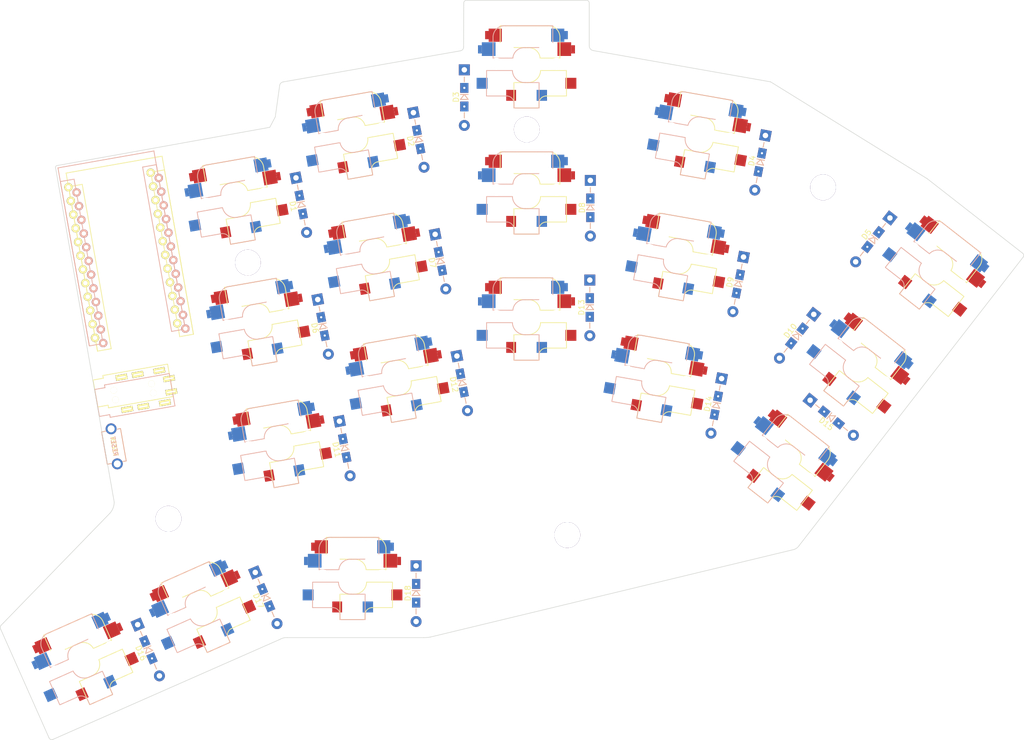
<source format=kicad_pcb>
(kicad_pcb (version 20211014) (generator pcbnew)
  (title_block (title "Yggdrasil") (rev "1.0.0") (company "LoyalPotato"))
  (layers (0 "F.Cu" signal) (31 "B.Cu" signal) (34 "B.Paste" user) (35 "F.Paste" user) (36 "B.SilkS" user "B.Silkscreen") (37 "F.SilkS" user "F.Silkscreen") (38 "B.Mask" user) (39 "F.Mask" user) (44 "Edge.Cuts" user))
  (net 0 "")
  (net 1 "GND")
  (net 2 "RESET")
  (net 4 "VCC")
  (net 8 "col0")
  (net 9 "col1")
  (net 10 "col2")
  (net 11 "col3")
  (net 12 "col4")
  (net 13 "row3")
  (net 14 "row2")
  (net 15 "row1")
  (net 16 "row0")
  (net 19 "SCL")
  (net 20 "SDA")
  (net 21 "DATA")
  (net 24 "Net-(D1-Pad2)")
  (net 25 "Net-(D2-Pad2)")
  (net 26 "Net-(D3-Pad2)")
  (net 27 "Net-(D4-Pad2)")
  (net 28 "Net-(D5-Pad2)")
  (net 29 "Net-(D6-Pad2)")
  (net 30 "Net-(D7-Pad2)")
  (net 31 "Net-(D8-Pad2)")
  (net 32 "Net-(D9-Pad2)")
  (net 33 "Net-(D10-Pad2)")
  (net 34 "Net-(D11-Pad2)")
  (net 35 "Net-(D12-Pad2)")
  (net 36 "Net-(D13-Pad2)")
  (net 37 "Net-(D14-Pad2)")
  (net 38 "Net-(D15-Pad2)")
  (net 39 "Net-(D16-Pad2)")
  (net 40 "Net-(D17-Pad2)")
  (net 41 "Net-(D18-Pad2)")
  (footprint "Lily58-footprint:MX_Choc_Hotswap" (layer "F.Cu") (at 200.66 102.71125 -10)
    (fp_text reference "SW14" hide)
    (fp_text value "SW_PUSH" hide)
  )
  (footprint "Lily58-footprint:Diode_TH_SOD123" (layer "F.Cu") (at 135.73125 71.4375 -79)
    (fp_text reference "D1")
    (fp_text value "D" hide)
  )
  (footprint "Lily58-footprint:Diode_TH_SOD123" (layer "F.Cu") (at 107.835759 152.73514 -67)
    (fp_text reference "D16")
    (fp_text value "D" hide)
  )
  (footprint "Lily58-footprint:MX_Choc_Hotswap" (layer "F.Cu") (at 237.96625 100.33 -38)
    (fp_text reference "SW10" hide)
    (fp_text value "SW_PUSH" hide)
  )
  (footprint "Lily58-footprint:MX_Choc_Hotswap" (layer "F.Cu") (at 224.133957 118.0311 -38)
    (fp_text reference "SW15" hide)
    (fp_text value "SW_PUSH" hide)
  )
  (footprint "Lily58-footprint:HOLE_M2_TH" (layer "F.Cu") (at 184.3 131.7625)
    (fp_text reference "TH7" hide)
    (fp_text value "HOLE" hide)
  )
  (footprint "Lily58-footprint:Diode_TH_SOD123" (layer "F.Cu") (at 219.5 63.7 -101)
    (fp_text reference "D4")
    (fp_text value "D" hide)
  )
  (footprint "Lily58-footprint:Diode_TH_SOD123" (layer "F.Cu") (at 165.5 51.8 -90)
    (fp_text reference "D3")
    (fp_text value "D" hide)
  )
  (footprint "Lily58-footprint:Diode_TH_SOD123" (layer "F.Cu") (at 157.1625 59.53125 -79)
    (fp_text reference "D2")
    (fp_text value "D" hide)
  )
  (footprint "Lily58-footprint:Diode_TH_SOD123" (layer "F.Cu") (at 211.5 108.1 -101)
    (fp_text reference "D14")
    (fp_text value "D" hide)
  )
  (footprint "Lily58-footprint:MX_Choc_Hotswap" (layer "F.Cu") (at 176.8475 45.56125)
    (fp_text reference "SW3" hide)
    (fp_text value "SW_PUSH" hide)
  )
  (footprint "Lily58-footprint:MX_Choc_Hotswap" (layer "F.Cu") (at 127.635 92.3925 10)
    (fp_text reference "SW6" hide)
    (fp_text value "SW_PUSH" hide)
  )
  (footprint "Lily58-footprint:Diode_TH_SOD123" (layer "F.Cu") (at 129.3 143.2 -67)
    (fp_text reference "D17")
    (fp_text value "D" hide)
  )
  (footprint "Lily58-footprint:Diode_TH_SOD123" (layer "F.Cu") (at 240.1 77.8 -128)
    (fp_text reference "D5")
    (fp_text value "D" hide)
  )
  (footprint "Lily58-footprint:MX_Choc_Hotswap" (layer "F.Cu") (at 95.885 154.305 24)
    (fp_text reference "SW16" hide)
    (fp_text value "SW_PUSH" hide)
  )
  (footprint "Lily58-footprint:ProMicro_rev2" (layer "F.Cu") (at 104.49786 81.254154 10)
    (fp_text reference "U1" hide)
    (fp_text value "ProMicro" hide)
  )
  (footprint "Lily58-footprint:HOLE_M2_TH" (layer "F.Cu") (at 230.98125 68.2625)
    (fp_text reference "TH3" hide)
    (fp_text value "HOLE" hide)
  )
  (footprint "Lily58-footprint:MX_Choc_Hotswap" (layer "F.Cu") (at 149.06625 80.48625 10)
    (fp_text reference "SW7" hide)
    (fp_text value "SW_PUSH" hide)
  )
  (footprint "Lily58-footprint:Diode_TH_SOD123" (layer "F.Cu") (at 143.66875 115.8875 -79)
    (fp_text reference "D11")
    (fp_text value "D" hide)
  )
  (footprint "Lily58-footprint:Diode_TH_SOD123" (layer "F.Cu") (at 188.5 72 -90)
    (fp_text reference "D8")
    (fp_text value "D" hide)
  )
  (footprint "Lily58-footprint:MX_Choc_Hotswap" (layer "F.Cu") (at 117.31625 144.78 24)
    (fp_text reference "SW17" hide)
    (fp_text value "SW_PUSH" hide)
  )
  (footprint "Lily58-footprint:MX_Choc_Hotswap" (layer "F.Cu") (at 176.8475 68.58)
    (fp_text reference "SW8" hide)
    (fp_text value "SW_PUSH" hide)
  )
  (footprint "Lily58-footprint:MX_Choc_Hotswap" (layer "F.Cu") (at 145.0975 139)
    (fp_text reference "SW18" hide)
    (fp_text value "SW_PUSH" hide)
  )
  (footprint "Lily58-footprint:Diode_TH_SOD123" (layer "F.Cu") (at 215.5 85.9 -101)
    (fp_text reference "D9")
    (fp_text value "D" hide)
  )
  (footprint "Lily58-footprint:MX_Choc_Hotswap" (layer "F.Cu") (at 145.1 58.3 10)
    (fp_text reference "SW2" hide)
    (fp_text value "SW_PUSH" hide)
  )
  (footprint "Lily58-footprint:Diode_TH_SOD123" (layer "F.Cu") (at 165.1 103.98125 -79)
    (fp_text reference "D12")
    (fp_text value "D" hide)
  )
  (footprint "Lily58-footprint:MJ-4PP-9" (layer "F.Cu") (at 100.046995 105.590182 100)
    (fp_text reference "J2" hide)
    (fp_text value "4PIN" hide)
  )
  (footprint "Lily58-footprint:Diode_TH_SOD123" (layer "F.Cu") (at 156.7 142.4 -90)
    (fp_text reference "D18")
    (fp_text value "D" hide)
  )
  (footprint "Lily58-footprint:Diode_TH_SOD123" (layer "F.Cu") (at 161.13125 81.75625 -79)
    (fp_text reference "D7")
    (fp_text value "D" hide)
  )
  (footprint "Lily58-footprint:TACT_SWITCH_TVBP06" (layer "F.Cu") (at 101.6 115.57 100)
    (fp_text reference "RSW1" hide)
    (fp_text value "SW_RST" hide)
  )
  (footprint "Lily58-footprint:MX_Choc_Hotswap" (layer "F.Cu") (at 176.8475 91.59875)
    (fp_text reference "SW13" hide)
    (fp_text value "SW_PUSH" hide)
  )
  (footprint "Lily58-footprint:MX_Choc_Hotswap" (layer "F.Cu") (at 123.66625 70.1675 10)
    (fp_text reference "SW1" hide)
    (fp_text value "SW_PUSH" hide)
  )
  (footprint "Lily58-footprint:Diode_TH_SOD123" (layer "F.Cu") (at 226.2 95.4 -128)
    (fp_text reference "D10")
    (fp_text value "D" hide)
  )
  (footprint "Lily58-footprint:Diode_TH_SOD123" (layer "F.Cu") (at 188.4 90.2 -90)
    (fp_text reference "D13")
    (fp_text value "D" hide)
  )
  (footprint "Lily58-footprint:HOLE_M2_TH" (layer "F.Cu") (at 126 82)
    (fp_text reference "TH4" hide)
    (fp_text value "HOLE" hide)
  )
  (footprint "Lily58-footprint:MX_Choc_Hotswap" (layer "F.Cu") (at 204.62875 80.48625 -10)
    (fp_text reference "SW9" hide)
    (fp_text value "SW_PUSH" hide)
  )
  (footprint "Lily58-footprint:MX_Choc_Hotswap" (layer "F.Cu") (at 131.60375 114.6175 10)
    (fp_text reference "SW11" hide)
    (fp_text value "SW_PUSH" hide)
  )
  (footprint "Lily58-footprint:HOLE_M2_TH" (layer "F.Cu") (at 176.9 57.7)
    (fp_text reference "TH6" hide)
    (fp_text value "HOLE" hide)
  )
  (footprint "Lily58-footprint:Diode_TH_SOD123" (layer "F.Cu") (at 232.5 110.3 -39)
    (fp_text reference "D15")
    (fp_text value "D" hide)
  )
  (footprint "Lily58-footprint:MX_Choc_Hotswap" (layer "F.Cu") (at 208.5975 58.26125 -10)
    (fp_text reference "SW4" hide)
    (fp_text value "SW_PUSH" hide)
  )
  (footprint "Lily58-footprint:HOLE_M2_TH" (layer "F.Cu") (at 111.5 128.8)
    (fp_text reference "TH5" hide)
    (fp_text value "HOLE" hide)
  )
  (footprint "Lily58-footprint:Diode_TH_SOD123" (layer "F.Cu") (at 139.7 93.6625 -79)
    (fp_text reference "D6")
    (fp_text value "D" hide)
  )
  (footprint "Lily58-footprint:MX_Choc_Hotswap" (layer "F.Cu") (at 251.798543 82.6289 -38)
    (fp_text reference "SW5" hide)
    (fp_text value "SW_PUSH" hide)
  )
  (footprint "Lily58-footprint:MX_Choc_Hotswap" (layer "F.Cu") (at 153.035 102.71125 10)
    (fp_text reference "SW12" hide)
    (fp_text value "SW_PUSH" hide)
  )
  (gr_line (start 90.9 64.7) (end 101.6 125.73) (layer "Edge.Cuts") (width 0.1))
  (gr_arc (start 165.371182 42.641359) (mid 165.2 43.100001) (end 164.770177 43.334324) (layer "Edge.Cuts") (width 0.1))
  (gr_line (start 90.4 169.1) (end 131.9 150.8) (layer "Edge.Cuts") (width 0.1))
  (gr_line (start 131 55.4) (end 131.8 49.659284) (layer "Edge.Cuts") (width 0.1))
  (gr_arc (start 165.4 34.6) (mid 165.546447 34.246447) (end 165.9 34.1) (layer "Edge.Cuts") (width 0.1))
  (gr_line (start 80.9 149) (end 89.7 168.8) (layer "Edge.Cuts") (width 0.1))
  (gr_arc (start 226.6 133.7) (mid 226.208199 134.124828) (end 225.7 134.4) (layer "Edge.Cuts") (width 0.1))
  (gr_arc (start 90.4 169.1) (mid 89.987868 169.094975) (end 89.7 168.8) (layer "Edge.Cuts") (width 0.1))
  (gr_arc (start 131.9 150.8) (mid 132.527888 150.554182) (end 133.2 150.5) (layer "Edge.Cuts") (width 0.1))
  (gr_line (start 221.4 49) (end 250 66.7) (layer "Edge.Cuts") (width 0.1))
  (gr_arc (start 131.8 49.659284) (mid 132.036156 49.208768) (end 132.5 49) (layer "Edge.Cuts") (width 0.1))
  (gr_arc (start 189.1 43.3) (mid 188.525869 43.004783) (end 188.3 42.4) (layer "Edge.Cuts") (width 0.1))
  (gr_line (start 81.4 147.8) (end 81 148.2) (layer "Edge.Cuts") (width 0.1))
  (gr_line (start 267.494415 81.012348) (end 226.6 133.7) (layer "Edge.Cuts") (width 0.1))
  (gr_line (start 165.371182 42.641359) (end 165.4 34.6) (layer "Edge.Cuts") (width 0.1))
  (gr_line (start 188.3 34.6) (end 188.3 38.5) (layer "Edge.Cuts") (width 0.1))
  (gr_line (start 131 55.4) (end 130 57.3) (layer "Edge.Cuts") (width 0.1))
  (gr_line (start 81.4 147.8) (end 100.80625 127.79375) (layer "Edge.Cuts") (width 0.1))
  (gr_line (start 91.1 64.3) (end 130 57.3) (layer "Edge.Cuts") (width 0.1))
  (gr_line (start 221.4 49) (end 189.1 43.3) (layer "Edge.Cuts") (width 0.1))
  (gr_arc (start 80.9 149) (mid 80.811918 148.58274) (end 81 148.2) (layer "Edge.Cuts") (width 0.1))
  (gr_line (start 188.3 42.4) (end 188.3 38.5) (layer "Edge.Cuts") (width 0.1))
  (gr_arc (start 90.9 64.7) (mid 90.917155 64.458578) (end 91.099999 64.300001) (layer "Edge.Cuts") (width 0.1))
  (gr_line (start 250 66.7) (end 267.4 80.3) (layer "Edge.Cuts") (width 0.1))
  (gr_line (start 159.3 150.4) (end 225.7 134.4) (layer "Edge.Cuts") (width 0.1))
  (gr_line (start 165.9 34.1) (end 187.8 34.1) (layer "Edge.Cuts") (width 0.1))
  (gr_line (start 132.5 49) (end 164.770177 43.334324) (layer "Edge.Cuts") (width 0.1))
  (gr_arc (start 187.8 34.1) (mid 188.153553 34.246447) (end 188.3 34.6) (layer "Edge.Cuts") (width 0.1))
  (gr_arc (start 101.6 125.73) (mid 101.394837 126.83561) (end 100.80625 127.79375) (layer "Edge.Cuts") (width 0.1))
  (gr_line (start 133.2 150.5) (end 158.1 150.5) (layer "Edge.Cuts") (width 0.1))
  (gr_arc (start 267.4 80.3) (mid 267.599164 80.636034) (end 267.494415 81.012348) (layer "Edge.Cuts") (width 0.1))
  (gr_arc (start 159.3 150.4) (mid 158.702125 150.475505) (end 158.1 150.5) (layer "Edge.Cuts") (width 0.1))
)
</source>
